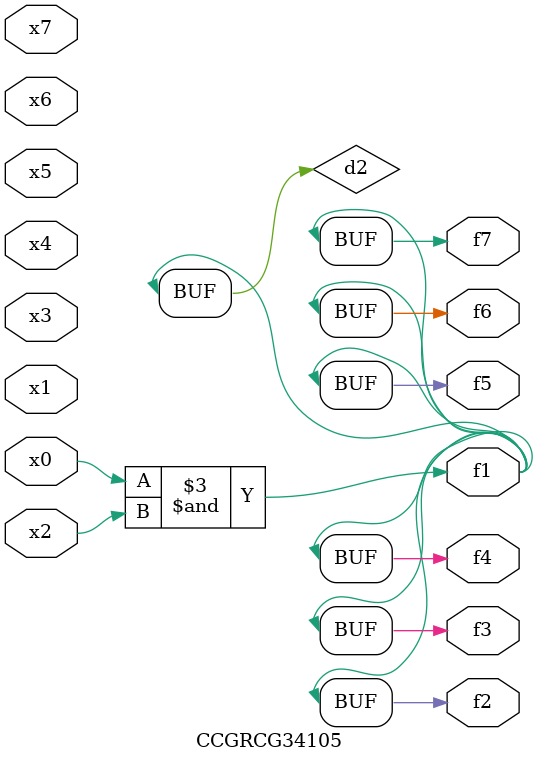
<source format=v>
module CCGRCG34105(
	input x0, x1, x2, x3, x4, x5, x6, x7,
	output f1, f2, f3, f4, f5, f6, f7
);

	wire d1, d2;

	nor (d1, x3, x6);
	and (d2, x0, x2);
	assign f1 = d2;
	assign f2 = d2;
	assign f3 = d2;
	assign f4 = d2;
	assign f5 = d2;
	assign f6 = d2;
	assign f7 = d2;
endmodule

</source>
